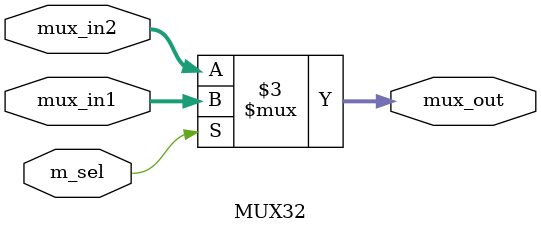
<source format=v>
`default_nettype none
`timescale 1ns / 1ps


module MUX32(
    input wire[31:0] mux_in1,
    input wire[31:0] mux_in2,
    output reg[31:0] mux_out,
    input wire m_sel
    );
    
    always @* begin
    if(m_sel)begin
     mux_out = mux_in1;
    end
    else begin
     mux_out = mux_in2;
    end
    end
endmodule

</source>
